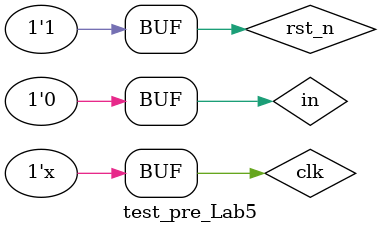
<source format=v>
`timescale 1ns / 1ps


module test_pre_Lab5;
wire count_enable;
reg clk;
reg rst_n;
reg in;
fsm U0(
    .count_enable(count_enable),   //count or not
    .in(in),     //press or not
    .clk(clk),    //global clock
    .rst_n(rst_n)   //negative edge reset
);

initial
begin
    clk = 0;
    rst_n = 0;
    in = 0;
    #150 rst_n = 1;
    #100 in = 1;
    #100 in = 0;
    #500 in = 1;
    #100 in = 0;
    #650 in = 1;
    #100 in = 0;
    #500 in = 1;
    #100 in = 0;
end

always
    #50 clk = ~clk;
    
endmodule

</source>
